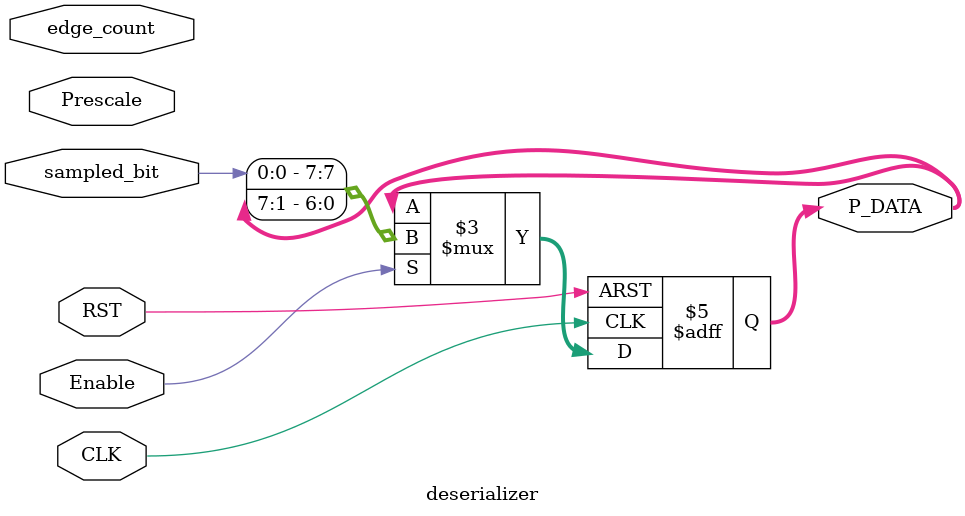
<source format=v>
module deserializer
#(parameter DATA_WIDTH=8)
(
    input sampled_bit,
    input CLK,RST,
    input Enable,
    input [5:0]edge_count,
    input [5:0]Prescale,
    output reg[DATA_WIDTH-1:0] P_DATA
);
always @(posedge CLK,negedge RST) begin
    if (!RST) begin
        P_DATA<=8'b0;
    end
    else if (Enable) begin
        P_DATA<={sampled_bit,P_DATA[7:1]};
    end
end
endmodule
</source>
